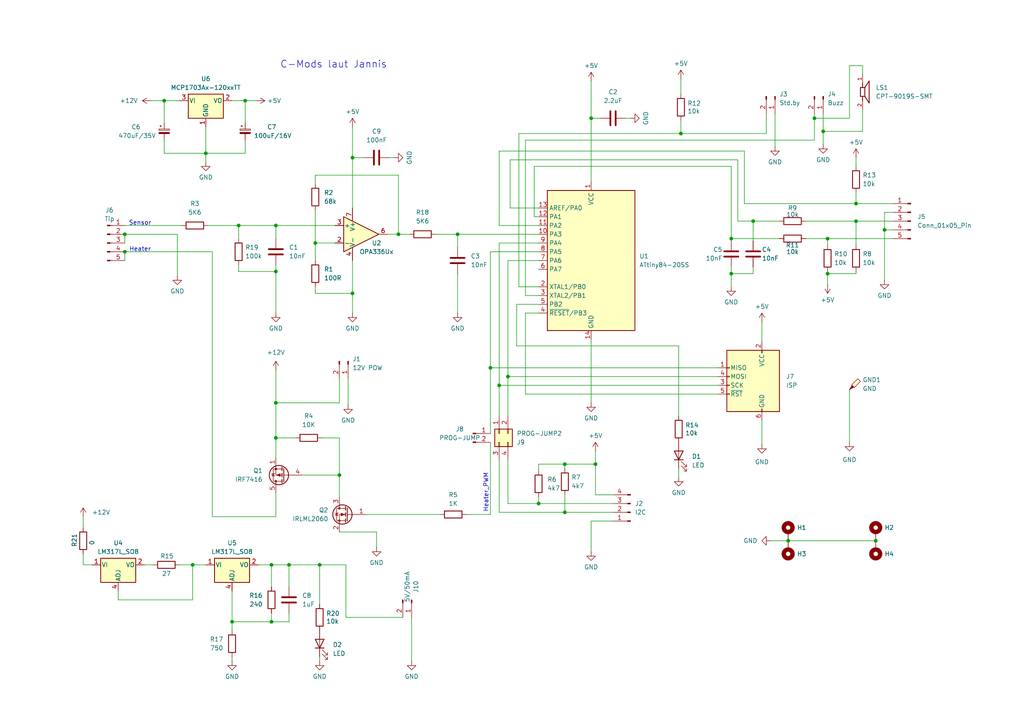
<source format=kicad_sch>
(kicad_sch (version 20231120) (generator "eeschema") (generator_version "8.0")
  (paper "A4")
  (lib_symbols
    (symbol "Amplifier_Operational:OPA336Ux" (pin_names (offset 0.127))
      (property "Reference" "U" (at 0 6.35 0))
      (property "Value" "OPA336Ux" (at 0 3.81 0))
      (symbol "OPA336Ux_1_1"
        (pin no_connect line (at -2.54 2.54 270) (length 2.54) hide (name "NC") (number "1"))
        (pin input line (at -7.62 -2.54 0) (length 2.54) (name "-") (number "2"))
        (pin input line (at -7.62 2.54 0) (length 2.54) (name "+") (number "3"))
        (pin power_in line (at -2.54 -7.62 90) (length 3.81) (name "V-") (number "4"))
        (pin no_connect line (at 0 2.54 270) (length 2.54) hide (name "NC") (number "5"))
        (pin output line (at 7.62 0 180) (length 2.54) (name "~") (number "6"))
        (pin power_in line (at -2.54 7.62 270) (length 3.81) (name "V+") (number "7"))
        (pin no_connect line (at 0 -2.54 90) (length 2.54) hide (name "NC") (number "8"))
      )
    )
    (symbol "Connector:AVR-ISP-6" (pin_names (offset 1.016))
      (property "Reference" "J" (at -6.35 11.43 0))
      (property "Value" "AVR-ISP-6" (at 0 11.43 0))
      (symbol "AVR-ISP-6_1_1"
        (pin passive line (at 10.16 5.08 180) (length 2.54) (name "MISO") (number "1"))
        (pin passive line (at -2.54 12.7 270) (length 2.54) (name "VCC") (number "2"))
        (pin passive line (at 10.16 0 180) (length 2.54) (name "SCK") (number "3"))
        (pin passive line (at 10.16 2.54 180) (length 2.54) (name "MOSI") (number "4"))
        (pin passive line (at 10.16 -2.54 180) (length 2.54) (name "~{RST}") (number "5"))
        (pin passive line (at -2.54 -10.16 90) (length 2.54) (name "GND") (number "6"))
      )
    )
    (symbol "Connector:Conn_01x02_Pin" (pin_names (offset 1.016) hide)
      (property "Reference" "J" (at 0 2.54 0))
      (property "Value" "Conn_01x02_Pin" (at 0 -5.08 0))
      (symbol "Conn_01x02_Pin_1_1"
        (pin passive line (at 5.08 0 180) (length 3.81) (name "Pin_1") (number "1"))
        (pin passive line (at 5.08 -2.54 180) (length 3.81) (name "Pin_2") (number "2"))
      )
    )
    (symbol "Connector:Conn_01x04_Pin" (pin_names (offset 1.016) hide)
      (property "Reference" "J" (at 0 5.08 0))
      (property "Value" "Conn_01x04_Pin" (at 0 -7.62 0))
      (symbol "Conn_01x04_Pin_1_1"
        (pin passive line (at 5.08 2.54 180) (length 3.81) (name "Pin_1") (number "1"))
        (pin passive line (at 5.08 0 180) (length 3.81) (name "Pin_2") (number "2"))
        (pin passive line (at 5.08 -2.54 180) (length 3.81) (name "Pin_3") (number "3"))
        (pin passive line (at 5.08 -5.08 180) (length 3.81) (name "Pin_4") (number "4"))
      )
    )
    (symbol "Connector:Conn_01x05_Pin" (pin_names (offset 1.016) hide)
      (property "Reference" "J" (at 0 7.62 0))
      (property "Value" "Conn_01x05_Pin" (at 0 -7.62 0))
      (symbol "Conn_01x05_Pin_1_1"
        (pin passive line (at 5.08 5.08 180) (length 3.81) (name "Pin_1") (number "1"))
        (pin passive line (at 5.08 2.54 180) (length 3.81) (name "Pin_2") (number "2"))
        (pin passive line (at 5.08 0 180) (length 3.81) (name "Pin_3") (number "3"))
        (pin passive line (at 5.08 -2.54 180) (length 3.81) (name "Pin_4") (number "4"))
        (pin passive line (at 5.08 -5.08 180) (length 3.81) (name "Pin_5") (number "5"))
      )
    )
    (symbol "Connector:TestPoint_Probe" (pin_numbers hide) (pin_names (offset 0.762) hide)
      (property "Reference" "TP" (at 1.651 5.842 0))
      (property "Value" "TestPoint_Probe" (at 1.651 4.064 0))
      (symbol "TestPoint_Probe_1_1"
        (pin passive line (at 0 0 90) (length 0) (name "1") (number "1"))
      )
    )
    (symbol "Connector_Generic:Conn_02x02_Top_Bottom" (pin_names (offset 1.016) hide)
      (property "Reference" "J" (at 1.27 2.54 0))
      (property "Value" "Conn_02x02_Top_Bottom" (at 1.27 -5.08 0))
      (symbol "Conn_02x02_Top_Bottom_1_1"
        (pin passive line (at -5.08 0 0) (length 3.81) (name "Pin_1") (number "1"))
        (pin passive line (at -5.08 -2.54 0) (length 3.81) (name "Pin_2") (number "2"))
        (pin passive line (at 7.62 0 180) (length 3.81) (name "Pin_3") (number "3"))
        (pin passive line (at 7.62 -2.54 180) (length 3.81) (name "Pin_4") (number "4"))
      )
    )
    (symbol "Device:C" (pin_numbers hide) (pin_names (offset 0.254))
      (property "Reference" "C" (at 0.635 2.54 0))
      (property "Value" "C" (at 0.635 -2.54 0))
      (symbol "C_1_1"
        (pin passive line (at 0 3.81 270) (length 2.794) (name "~") (number "1"))
        (pin passive line (at 0 -3.81 90) (length 2.794) (name "~") (number "2"))
      )
    )
    (symbol "Device:C_Polarized_Small" (pin_numbers hide) (pin_names (offset 0.254) hide)
      (property "Reference" "C" (at 0.254 1.778 0))
      (property "Value" "C_Polarized_Small" (at 0.254 -2.032 0))
      (symbol "C_Polarized_Small_1_1"
        (pin passive line (at 0 2.54 270) (length 1.8542) (name "~") (number "1"))
        (pin passive line (at 0 -2.54 90) (length 1.8542) (name "~") (number "2"))
      )
    )
    (symbol "Device:LED" (pin_numbers hide) (pin_names (offset 1.016) hide)
      (property "Reference" "D" (at 0 2.54 0))
      (property "Value" "LED" (at 0 -2.54 0))
      (symbol "LED_1_1"
        (pin passive line (at -3.81 0 0) (length 2.54) (name "K") (number "1"))
        (pin passive line (at 3.81 0 180) (length 2.54) (name "A") (number "2"))
      )
    )
    (symbol "Device:R" (pin_numbers hide) (pin_names (offset 0))
      (property "Reference" "R" (at 2.032 0 90))
      (property "Value" "R" (at 0 0 90))
      (symbol "R_1_1"
        (pin passive line (at 0 3.81 270) (length 1.27) (name "~") (number "1"))
        (pin passive line (at 0 -3.81 90) (length 1.27) (name "~") (number "2"))
      )
    )
    (symbol "MCU_Microchip_ATtiny:ATtiny84-20SS"
      (property "Reference" "U" (at -12.7 21.59 0))
      (property "Value" "ATtiny84-20SS" (at 2.54 -21.59 0))
      (symbol "ATtiny84-20SS_1_1"
        (pin power_in line (at 0 22.86 270) (length 2.54) (name "VCC") (number "1"))
        (pin bidirectional line (at 15.24 7.62 180) (length 2.54) (name "PA3") (number "10"))
        (pin bidirectional line (at 15.24 10.16 180) (length 2.54) (name "PA2") (number "11"))
        (pin bidirectional line (at 15.24 12.7 180) (length 2.54) (name "PA1") (number "12"))
        (pin bidirectional line (at 15.24 15.24 180) (length 2.54) (name "AREF/PA0") (number "13"))
        (pin power_in line (at 0 -22.86 90) (length 2.54) (name "GND") (number "14"))
        (pin bidirectional line (at 15.24 -7.62 180) (length 2.54) (name "XTAL1/PB0") (number "2"))
        (pin bidirectional line (at 15.24 -10.16 180) (length 2.54) (name "XTAL2/PB1") (number "3"))
        (pin bidirectional line (at 15.24 -15.24 180) (length 2.54) (name "~{RESET}/PB3") (number "4"))
        (pin bidirectional line (at 15.24 -12.7 180) (length 2.54) (name "PB2") (number "5"))
        (pin bidirectional line (at 15.24 -2.54 180) (length 2.54) (name "PA7") (number "6"))
        (pin bidirectional line (at 15.24 0 180) (length 2.54) (name "PA6") (number "7"))
        (pin bidirectional line (at 15.24 2.54 180) (length 2.54) (name "PA5") (number "8"))
        (pin bidirectional line (at 15.24 5.08 180) (length 2.54) (name "PA4") (number "9"))
      )
    )
    (symbol "Mechanical:MountingHole_Pad" (pin_numbers hide) (pin_names (offset 1.016) hide) (exclude_from_sim yes) (in_bom no)
      (property "Reference" "H" (at 0 6.35 0))
      (property "Value" "MountingHole_Pad" (at 0 4.445 0))
      (symbol "MountingHole_Pad_1_1"
        (pin input line (at 0 -2.54 90) (length 2.54) (name "1") (number "1"))
      )
    )
    (symbol "OE9SAU:CPT-9019S-SMT" (pin_names (offset 1.016))
      (property "Reference" "LS" (at -3.8155 8.9029 0))
      (property "Value" "CPT-9019S-SMT" (at -3.8151 -11.4452 0))
      (symbol "CPT-9019S-SMT_0_0"
        (pin passive line (at 0 5.08 270) (length 2.54) (name "~") (number "1"))
        (pin passive line (at 0 -5.08 90) (length 2.54) (name "~") (number "2"))
      )
    )
    (symbol "Regulator_Linear:LM317L_SO8" (pin_names (offset 0.254))
      (property "Reference" "U" (at -3.81 3.175 0))
      (property "Value" "LM317L_SO8" (at 0 3.175 0))
      (symbol "LM317L_SO8_1_1"
        (pin power_in line (at -7.62 0 0) (length 2.54) (name "VI") (number "1"))
        (pin power_out line (at 7.62 0 180) (length 2.54) (name "VO") (number "2"))
        (pin passive line (at 7.62 0 180) (length 2.54) hide (name "VO") (number "3"))
        (pin input line (at 0 -7.62 90) (length 2.54) (name "ADJ") (number "4"))
        (pin no_connect line (at -5.08 -2.54 0) (length 2.54) hide (name "NC") (number "5"))
        (pin passive line (at 7.62 0 180) (length 2.54) hide (name "VO") (number "6"))
        (pin passive line (at 7.62 0 180) (length 2.54) hide (name "VO") (number "7"))
        (pin no_connect line (at 5.08 -2.54 180) (length 2.54) hide (name "NC") (number "8"))
      )
    )
    (symbol "Regulator_Linear:MCP1703Ax-120xxTT" (pin_names (offset 0.254))
      (property "Reference" "U" (at -3.81 3.175 0))
      (property "Value" "MCP1703Ax-120xxTT" (at 0 3.175 0))
      (symbol "MCP1703Ax-120xxTT_1_1"
        (pin power_in line (at 0 -7.62 90) (length 2.54) (name "GND") (number "1"))
        (pin power_out line (at 7.62 0 180) (length 2.54) (name "VO") (number "2"))
        (pin power_in line (at -7.62 0 0) (length 2.54) (name "VI") (number "3"))
      )
    )
    (symbol "Transistor_FET:IRF7404" (pin_names hide)
      (property "Reference" "Q" (at 5.08 1.905 0))
      (property "Value" "IRF7404" (at 5.08 0 0))
      (symbol "IRF7404_1_1"
        (pin passive line (at 2.54 -5.08 90) (length 2.54) (name "S") (number "1"))
        (pin passive line (at 2.54 -5.08 90) (length 2.54) hide (name "S") (number "2"))
        (pin passive line (at 2.54 -5.08 90) (length 2.54) hide (name "S") (number "3"))
        (pin passive line (at -5.08 0 0) (length 2.54) (name "G") (number "4"))
        (pin passive line (at 2.54 5.08 270) (length 2.54) (name "D") (number "5"))
        (pin passive line (at 2.54 5.08 270) (length 2.54) hide (name "D") (number "6"))
        (pin passive line (at 2.54 5.08 270) (length 2.54) hide (name "D") (number "7"))
        (pin passive line (at 2.54 5.08 270) (length 2.54) hide (name "D") (number "8"))
      )
    )
    (symbol "Transistor_FET:IRLML2060" (pin_names hide)
      (property "Reference" "Q" (at 5.08 1.905 0))
      (property "Value" "IRLML2060" (at 5.08 0 0))
      (symbol "IRLML2060_1_1"
        (pin input line (at -5.08 0 0) (length 2.54) (name "G") (number "1"))
        (pin passive line (at 2.54 -5.08 90) (length 2.54) (name "S") (number "2"))
        (pin passive line (at 2.54 5.08 270) (length 2.54) (name "D") (number "3"))
      )
    )
    (symbol "power:+12V" (power) (pin_numbers hide) (pin_names (offset 0) hide)
      (property "Value" "+12V" (at 0 3.556 0))
      (symbol "+12V_1_1"
        (pin power_in line (at 0 0 90) (length 0) (name "~") (number "1"))
      )
    )
    (symbol "power:+5V" (power) (pin_numbers hide) (pin_names (offset 0) hide)
      (property "Value" "+5V" (at 0 3.556 0))
      (symbol "+5V_1_1"
        (pin power_in line (at 0 0 90) (length 0) (name "~") (number "1"))
      )
    )
    (symbol "power:GND" (power) (pin_numbers hide) (pin_names (offset 0) hide)
      (property "Value" "GND" (at 0 -3.81 0))
      (symbol "GND_1_1"
        (pin power_in line (at 0 0 270) (length 0) (name "~") (number "1"))
      )
    )
  )
  (junction (at 36.195 73.025))
  (junction (at 236.22 34.29))
  (junction (at 197.485 38.735))
  (junction (at 80.01 116.84))
  (junction (at 47.625 29.21))
  (junction (at 98.425 137.795))
  (junction (at 163.83 134.62))
  (junction (at 91.44 70.485))
  (junction (at 172.72 134.62))
  (junction (at 102.235 45.72))
  (junction (at 240.03 79.375))
  (junction (at 83.82 163.83))
  (junction (at 171.45 34.29))
  (junction (at 238.76 38.1))
  (junction (at 80.01 127))
  (junction (at 248.285 59.055))
  (junction (at 132.715 67.945))
  (junction (at 212.09 79.375))
  (junction (at 254 156.845))
  (junction (at 228.6 156.845))
  (junction (at 55.88 163.83))
  (junction (at 256.54 66.675))
  (junction (at 71.12 29.21))
  (junction (at 67.31 180.34))
  (junction (at 212.09 69.215))
  (junction (at 142.24 106.68))
  (junction (at 144.78 111.76))
  (junction (at 36.195 67.945))
  (junction (at 115.57 67.945))
  (junction (at 80.01 65.405))
  (junction (at 78.74 180.34))
  (junction (at 102.235 85.09))
  (junction (at 248.285 64.135))
  (junction (at 240.03 69.215))
  (junction (at 163.83 148.59))
  (junction (at 80.01 78.74))
  (junction (at 59.69 44.45))
  (junction (at 69.215 65.405))
  (junction (at 147.32 109.22))
  (junction (at 78.74 163.83))
  (junction (at 92.71 163.83))
  (junction (at 218.44 64.135))
  (junction (at 156.21 146.05))
  (wire (pts (xy 147.32 146.05) (xy 156.21 146.05)))
  (wire (pts (xy 41.91 163.83) (xy 44.45 163.83)))
  (wire (pts (xy 144.78 133.35) (xy 144.78 148.59)))
  (wire (pts (xy 240.03 69.215) (xy 233.68 69.215)))
  (wire (pts (xy 51.435 67.945) (xy 51.435 80.01)))
  (wire (pts (xy 218.44 79.375) (xy 212.09 79.375)))
  (wire (pts (xy 238.76 33.02) (xy 238.76 38.1)))
  (wire (pts (xy 85.725 127) (xy 80.01 127)))
  (wire (pts (xy 226.06 69.215) (xy 212.09 69.215)))
  (wire (pts (xy 115.57 67.945) (xy 118.745 67.945)))
  (wire (pts (xy 67.31 190.5) (xy 67.31 191.77)))
  (wire (pts (xy 208.28 114.3) (xy 152.4 114.3)))
  (wire (pts (xy 98.425 109.855) (xy 98.425 116.84)))
  (wire (pts (xy 246.38 19.05) (xy 250.19 19.05)))
  (wire (pts (xy 228.6 156.845) (xy 254 156.845)))
  (wire (pts (xy 69.215 76.835) (xy 69.215 78.74)))
  (wire (pts (xy 218.44 77.47) (xy 218.44 79.375)))
  (wire (pts (xy 36.195 67.945) (xy 36.195 70.485)))
  (wire (pts (xy 181.61 34.29) (xy 182.88 34.29)))
  (wire (pts (xy 197.485 34.925) (xy 197.485 38.735)))
  (wire (pts (xy 132.715 67.945) (xy 132.715 71.755)))
  (wire (pts (xy 144.78 70.485) (xy 156.21 70.485)))
  (wire (pts (xy 236.22 34.29) (xy 236.22 40.64)))
  (wire (pts (xy 256.54 66.675) (xy 256.54 81.28)))
  (wire (pts (xy 197.485 38.735) (xy 222.25 38.735)))
  (wire (pts (xy 171.45 151.13) (xy 171.45 160.02)))
  (wire (pts (xy 147.32 75.565) (xy 156.21 75.565)))
  (wire (pts (xy 246.38 113.03) (xy 246.38 128.27)))
  (wire (pts (xy 218.44 69.85) (xy 218.44 64.135)))
  (wire (pts (xy 61.595 149.86) (xy 80.01 149.86)))
  (wire (pts (xy 156.21 134.62) (xy 163.83 134.62)))
  (wire (pts (xy 215.9 43.815) (xy 215.9 59.055)))
  (wire (pts (xy 98.425 116.84) (xy 80.01 116.84)))
  (wire (pts (xy 36.195 73.025) (xy 61.595 73.025)))
  (wire (pts (xy 156.21 144.145) (xy 156.21 146.05)))
  (wire (pts (xy 24.13 160.655) (xy 24.13 163.83)))
  (wire (pts (xy 142.24 73.025) (xy 142.24 106.68)))
  (wire (pts (xy 80.01 116.84) (xy 80.01 127)))
  (wire (pts (xy 71.12 40.64) (xy 71.12 44.45)))
  (wire (pts (xy 67.31 29.21) (xy 71.12 29.21)))
  (wire (pts (xy 92.71 163.83) (xy 92.71 175.26)))
  (wire (pts (xy 80.01 127) (xy 80.01 132.715)))
  (wire (pts (xy 100.965 109.855) (xy 100.965 117.475)))
  (wire (pts (xy 213.995 64.135) (xy 218.44 64.135)))
  (wire (pts (xy 43.815 29.21) (xy 47.625 29.21)))
  (wire (pts (xy 240.03 79.375) (xy 248.285 79.375)))
  (wire (pts (xy 91.44 50.8) (xy 115.57 50.8)))
  (wire (pts (xy 163.83 134.62) (xy 172.72 134.62)))
  (wire (pts (xy 236.22 34.29) (xy 246.38 34.29)))
  (wire (pts (xy 144.78 65.405) (xy 144.78 43.815)))
  (wire (pts (xy 196.85 135.89) (xy 196.85 138.43)))
  (wire (pts (xy 59.69 36.83) (xy 59.69 44.45)))
  (wire (pts (xy 248.285 64.135) (xy 259.08 64.135)))
  (wire (pts (xy 163.83 134.62) (xy 163.83 135.89)))
  (wire (pts (xy 163.83 148.59) (xy 177.8 148.59)))
  (wire (pts (xy 154.94 48.26) (xy 212.09 48.26)))
  (wire (pts (xy 256.54 61.595) (xy 256.54 66.675)))
  (wire (pts (xy 197.485 22.86) (xy 197.485 27.305)))
  (wire (pts (xy 156.21 62.865) (xy 154.94 62.865)))
  (wire (pts (xy 156.21 83.185) (xy 150.495 83.185)))
  (wire (pts (xy 149.86 100.33) (xy 196.85 100.33)))
  (wire (pts (xy 147.955 60.325) (xy 156.21 60.325)))
  (wire (pts (xy 83.82 163.83) (xy 83.82 170.18)))
  (wire (pts (xy 80.01 149.86) (xy 80.01 142.875)))
  (wire (pts (xy 80.01 65.405) (xy 97.155 65.405)))
  (wire (pts (xy 248.285 55.88) (xy 248.285 59.055)))
  (wire (pts (xy 78.74 163.83) (xy 83.82 163.83)))
  (wire (pts (xy 102.235 75.565) (xy 102.235 85.09)))
  (wire (pts (xy 224.79 33.02) (xy 224.79 42.545)))
  (wire (pts (xy 98.425 137.795) (xy 98.425 144.145)))
  (wire (pts (xy 105.41 45.72) (xy 102.235 45.72)))
  (wire (pts (xy 246.38 34.29) (xy 246.38 19.05)))
  (wire (pts (xy 119.38 179.07) (xy 119.38 191.77)))
  (wire (pts (xy 83.82 177.8) (xy 83.82 180.34)))
  (wire (pts (xy 220.98 93.345) (xy 220.98 99.06)))
  (wire (pts (xy 156.21 136.525) (xy 156.21 134.62)))
  (wire (pts (xy 222.25 38.735) (xy 222.25 33.02)))
  (wire (pts (xy 80.01 107.315) (xy 80.01 116.84)))
  (wire (pts (xy 142.24 106.68) (xy 142.24 125.73)))
  (wire (pts (xy 98.425 137.795) (xy 98.425 127)))
  (wire (pts (xy 34.29 171.45) (xy 34.29 173.99)))
  (wire (pts (xy 233.68 64.135) (xy 248.285 64.135)))
  (wire (pts (xy 36.195 65.405) (xy 52.705 65.405)))
  (wire (pts (xy 147.32 133.35) (xy 147.32 146.05)))
  (wire (pts (xy 142.24 128.27) (xy 142.24 149.225)))
  (wire (pts (xy 47.625 29.21) (xy 52.07 29.21)))
  (wire (pts (xy 218.44 64.135) (xy 226.06 64.135)))
  (wire (pts (xy 52.07 163.83) (xy 55.88 163.83)))
  (wire (pts (xy 152.4 40.64) (xy 236.22 40.64)))
  (wire (pts (xy 236.22 33.02) (xy 236.22 34.29)))
  (wire (pts (xy 147.32 109.22) (xy 208.28 109.22)))
  (wire (pts (xy 256.54 61.595) (xy 259.08 61.595)))
  (wire (pts (xy 47.625 44.45) (xy 59.69 44.45)))
  (wire (pts (xy 83.82 180.34) (xy 78.74 180.34)))
  (wire (pts (xy 144.78 65.405) (xy 156.21 65.405)))
  (wire (pts (xy 248.285 45.72) (xy 248.285 48.26)))
  (wire (pts (xy 59.69 44.45) (xy 59.69 46.99)))
  (wire (pts (xy 250.19 31.75) (xy 250.19 38.1)))
  (wire (pts (xy 238.76 38.1) (xy 250.19 38.1)))
  (wire (pts (xy 67.31 180.34) (xy 67.31 182.88)))
  (wire (pts (xy 171.45 98.425) (xy 171.45 116.84)))
  (wire (pts (xy 152.4 90.805) (xy 152.4 114.3)))
  (wire (pts (xy 102.235 85.09) (xy 102.235 90.805)))
  (wire (pts (xy 67.31 171.45) (xy 67.31 180.34)))
  (wire (pts (xy 213.995 46.355) (xy 213.995 64.135)))
  (wire (pts (xy 92.71 163.83) (xy 100.33 163.83)))
  (wire (pts (xy 171.45 34.29) (xy 171.45 52.705)))
  (wire (pts (xy 142.24 106.68) (xy 208.28 106.68)))
  (wire (pts (xy 55.88 163.83) (xy 55.88 173.99)))
  (wire (pts (xy 156.21 146.05) (xy 177.8 146.05)))
  (wire (pts (xy 240.03 69.215) (xy 259.08 69.215)))
  (wire (pts (xy 240.03 79.375) (xy 240.03 82.55)))
  (wire (pts (xy 238.76 38.1) (xy 238.76 41.91)))
  (wire (pts (xy 172.72 130.81) (xy 172.72 134.62)))
  (wire (pts (xy 24.13 149.86) (xy 24.13 153.035)))
  (wire (pts (xy 213.995 46.355) (xy 147.955 46.355)))
  (wire (pts (xy 248.285 59.055) (xy 259.08 59.055)))
  (wire (pts (xy 152.4 40.64) (xy 152.4 85.725)))
  (wire (pts (xy 55.88 173.99) (xy 34.29 173.99)))
  (wire (pts (xy 172.72 134.62) (xy 172.72 143.51)))
  (wire (pts (xy 115.57 50.8) (xy 115.57 67.945)))
  (wire (pts (xy 173.99 34.29) (xy 171.45 34.29)))
  (wire (pts (xy 248.285 64.135) (xy 248.285 71.12)))
  (wire (pts (xy 87.63 137.795) (xy 98.425 137.795)))
  (wire (pts (xy 132.715 67.945) (xy 156.21 67.945)))
  (wire (pts (xy 112.395 67.945) (xy 115.57 67.945)))
  (wire (pts (xy 69.215 78.74) (xy 80.01 78.74)))
  (wire (pts (xy 212.09 79.375) (xy 212.09 83.185)))
  (wire (pts (xy 100.33 163.83) (xy 100.33 179.07)))
  (wire (pts (xy 154.94 62.865) (xy 154.94 48.26)))
  (wire (pts (xy 212.09 69.215) (xy 212.09 48.26)))
  (wire (pts (xy 69.215 65.405) (xy 80.01 65.405)))
  (wire (pts (xy 47.625 29.21) (xy 47.625 35.56)))
  (wire (pts (xy 212.09 69.215) (xy 212.09 69.85)))
  (wire (pts (xy 109.22 154.305) (xy 98.425 154.305)))
  (wire (pts (xy 106.045 149.225) (xy 127.635 149.225)))
  (wire (pts (xy 69.215 65.405) (xy 69.215 69.215)))
  (wire (pts (xy 156.21 85.725) (xy 152.4 85.725)))
  (wire (pts (xy 250.19 19.05) (xy 250.19 21.59)))
  (wire (pts (xy 150.495 83.185) (xy 150.495 38.735)))
  (wire (pts (xy 91.44 70.485) (xy 97.155 70.485)))
  (wire (pts (xy 240.03 69.215) (xy 240.03 71.12)))
  (wire (pts (xy 91.44 70.485) (xy 91.44 75.565)))
  (wire (pts (xy 36.195 73.025) (xy 36.195 75.565)))
  (wire (pts (xy 144.78 111.76) (xy 208.28 111.76)))
  (wire (pts (xy 142.24 73.025) (xy 156.21 73.025)))
  (wire (pts (xy 149.86 88.265) (xy 149.86 100.33)))
  (wire (pts (xy 212.09 77.47) (xy 212.09 79.375)))
  (wire (pts (xy 91.44 85.09) (xy 102.235 85.09)))
  (wire (pts (xy 150.495 38.735) (xy 197.485 38.735)))
  (wire (pts (xy 71.12 29.21) (xy 74.295 29.21)))
  (wire (pts (xy 36.195 67.945) (xy 51.435 67.945)))
  (wire (pts (xy 71.12 29.21) (xy 71.12 35.56)))
  (wire (pts (xy 147.32 109.22) (xy 147.32 120.65)))
  (wire (pts (xy 163.83 143.51) (xy 163.83 148.59)))
  (wire (pts (xy 171.45 23.495) (xy 171.45 34.29)))
  (wire (pts (xy 55.88 163.83) (xy 59.69 163.83)))
  (wire (pts (xy 196.85 100.33) (xy 196.85 120.65)))
  (wire (pts (xy 100.33 179.07) (xy 116.84 179.07)))
  (wire (pts (xy 80.01 78.74) (xy 80.01 90.805)))
  (wire (pts (xy 147.955 46.355) (xy 147.955 60.325)))
  (wire (pts (xy 80.01 65.405) (xy 80.01 69.215)))
  (wire (pts (xy 78.74 163.83) (xy 78.74 170.18)))
  (wire (pts (xy 60.325 65.405) (xy 69.215 65.405)))
  (wire (pts (xy 74.93 163.83) (xy 78.74 163.83)))
  (wire (pts (xy 61.595 73.025) (xy 61.595 149.86)))
  (wire (pts (xy 24.13 163.83) (xy 26.67 163.83)))
  (wire (pts (xy 71.12 44.45) (xy 59.69 44.45)))
  (wire (pts (xy 98.425 127) (xy 93.345 127)))
  (wire (pts (xy 78.74 177.8) (xy 78.74 180.34)))
  (wire (pts (xy 113.03 45.72) (xy 114.3 45.72)))
  (wire (pts (xy 220.98 121.92) (xy 220.98 128.905)))
  (wire (pts (xy 47.625 40.64) (xy 47.625 44.45)))
  (wire (pts (xy 80.01 76.835) (xy 80.01 78.74)))
  (wire (pts (xy 126.365 67.945) (xy 132.715 67.945)))
  (wire (pts (xy 240.03 78.74) (xy 240.03 79.375)))
  (wire (pts (xy 91.44 60.96) (xy 91.44 70.485)))
  (wire (pts (xy 144.78 148.59) (xy 163.83 148.59)))
  (wire (pts (xy 102.235 36.83) (xy 102.235 45.72)))
  (wire (pts (xy 177.8 151.13) (xy 171.45 151.13)))
  (wire (pts (xy 147.32 75.565) (xy 147.32 109.22)))
  (wire (pts (xy 135.255 149.225) (xy 142.24 149.225)))
  (wire (pts (xy 223.52 156.845) (xy 228.6 156.845)))
  (wire (pts (xy 172.72 143.51) (xy 177.8 143.51)))
  (wire (pts (xy 132.715 79.375) (xy 132.715 90.805)))
  (wire (pts (xy 91.44 83.185) (xy 91.44 85.09)))
  (wire (pts (xy 83.82 163.83) (xy 92.71 163.83)))
  (wire (pts (xy 91.44 53.34) (xy 91.44 50.8)))
  (wire (pts (xy 215.9 59.055) (xy 248.285 59.055)))
  (wire (pts (xy 144.78 43.815) (xy 215.9 43.815)))
  (wire (pts (xy 144.78 70.485) (xy 144.78 111.76)))
  (wire (pts (xy 149.86 88.265) (xy 156.21 88.265)))
  (wire (pts (xy 102.235 45.72) (xy 102.235 60.325)))
  (wire (pts (xy 156.21 90.805) (xy 152.4 90.805)))
  (wire (pts (xy 248.285 79.375) (xy 248.285 78.74)))
  (wire (pts (xy 92.71 190.5) (xy 92.71 191.77)))
  (wire (pts (xy 67.31 180.34) (xy 78.74 180.34)))
  (wire (pts (xy 144.78 111.76) (xy 144.78 120.65)))
  (wire (pts (xy 256.54 66.675) (xy 259.08 66.675)))
  (wire (pts (xy 109.22 154.305) (xy 109.22 158.75)))
  (text_box "Pin Port  Nr.     Type    Verbinden mit\n1                 Vcc     +5V\n2   PB0    10    DIN10   STANDBY\n3   PB1    9              PIEZO\n5   PB2	  8              LOGO LED \n13  PA0    0     DIN0    ROTARY_A\n12  PA1    1     DIN1    ROTARY_B\n11  PA2    2     DIN2    ROTARY_PUSH\n10  PA3    A3    ADC3    TEMP_SENSOR\n7   PA6    4     SDA     I2C/SDA\n8   PA5    5     OC1B    HEAT\n9   PA4    6     SCL     I2C/SCL\n14                GND     Ground" (at 297.18 0 0) (size 104.775 66.04) (effects (font (size 3 3)) (justify left top)))
  (text "Heater" (at 40.64 72.39 0) (effects (font (size 1.27 1.27))))
  (text "Sensor" (at 40.64 64.77 0) (effects (font (size 1.27 1.27))))
  (text "C-Mods laut Jannis" (at 96.774 18.796 0) (effects (font (size 2.032 2.032))))
  (text "Heater_PWM" (at 140.97 142.875 90) (effects (font (size 1.27 1.27))))
  (symbol (lib_id "Device:R") (at 240.03 74.93 180) (unit 1)
    (property "Reference" "R10" (at 241.935 73.6599 0) (effects (justify right)))
    (property "Value" "10k" (at 241.935 76.1999 0) (effects (justify right)))
    (property "Footprint" "Resistor_SMD:R_0805_2012Metric_Pad1.20x1.40mm_HandSolder" (effects (hide yes)))
    (property "Description" "Resistor" (effects (hide yes)))
  )
  (symbol (lib_id "Device:R") (at 163.83 139.7 180) (unit 1)
    (property "Reference" "R7" (at 165.735 138.4299 0) (effects (justify right)))
    (property "Value" "4k7" (at 165.735 140.9699 0) (effects (justify right)))
    (property "Footprint" "Resistor_SMD:R_0805_2012Metric_Pad1.20x1.40mm_HandSolder" (effects (hide yes)))
    (property "Description" "Resistor" (effects (hide yes)))
  )
  (symbol (lib_id "power:GND") (at 171.45 116.84 0) (unit 1)
    (property "Reference" "#PWR010" (effects (hide yes)))
    (property "Value" "GND" (at 171.45 121.285 0))
    (property "Description" "Power symbol creates a global label with name \"GND\" , ground" (effects (hide yes)))
  )
  (symbol (lib_id "power:GND") (at 224.79 42.545 0) (unit 1)
    (property "Reference" "#PWR016" (effects (hide yes)))
    (property "Value" "GND" (at 224.79 46.99 0))
    (property "Description" "Power symbol creates a global label with name \"GND\" , ground" (effects (hide yes)))
  )
  (symbol (lib_id "Device:C_Polarized_Small") (at 47.625 38.1 0) (unit 1)
    (property "Reference" "C6" (at 38.1 36.83 0) (effects (justify left)))
    (property "Value" "470uF/35V" (at 34.29 39.37 0) (effects (justify left)))
    (property "Footprint" "Capacitor_SMD:CP_Elec_10x10.5" (effects (hide yes)))
    (property "Description" "Polarized capacitor, small symbol" (effects (hide yes)))
  )
  (symbol (lib_id "Regulator_Linear:LM317L_SO8") (at 67.31 163.83 0) (unit 1)
    (property "Reference" "U5" (at 67.31 157.48 0))
    (property "Value" "LM317L_SO8" (at 67.31 160.02 0))
    (property "Footprint" "Package_SO:SOIC-8_3.9x4.9mm_P1.27mm" (effects (hide yes)))
    (property "Datasheet" "http://www.ti.com/lit/ds/snvs775k/snvs775k.pdf" (effects (hide yes)))
    (property "Description" "100mA 35V Adjustable Linear Regulator, SO-8" (effects (hide yes)))
  )
  (symbol (lib_id "Mechanical:MountingHole_Pad") (at 254 154.305 0) (unit 1) (exclude_from_sim yes) (in_bom no)
    (property "Reference" "H2" (at 256.54 153.035 0) (effects (justify left)))
    (property "Value" "MountingHole_Pad" (effects (hide yes)))
    (property "Footprint" "MountingHole:MountingHole_2.5mm_Pad" (effects (hide yes)))
    (property "Description" "Mounting Hole with connection" (effects (hide yes)))
  )
  (symbol (lib_id "power:GND") (at 102.235 90.805 0) (unit 1)
    (property "Reference" "#PWR03" (effects (hide yes)))
    (property "Value" "GND" (at 102.235 95.25 0))
    (property "Description" "Power symbol creates a global label with name \"GND\" , ground" (effects (hide yes)))
  )
  (symbol (lib_id "power:+12V") (at 43.815 29.21 90) (unit 1)
    (property "Reference" "#PWR027" (effects (hide yes)))
    (property "Value" "+12V" (at 40.005 29.2099 90) (effects (justify left)))
    (property "Description" "Power symbol creates a global label with name \"+12V\"" (effects (hide yes)))
  )
  (symbol (lib_id "Connector:AVR-ISP-6") (at 218.44 111.76 0) (mirror y) (unit 1)
    (property "Reference" "J7" (at 227.965 109.2199 0) (effects (justify right)))
    (property "Value" "ISP" (at 227.965 111.7599 0) (effects (justify right)))
    (property "Footprint" "Connector_PinHeader_2.54mm:PinHeader_2x03_P2.54mm_Vertical" (effects (hide yes)))
    (property "Description" "Atmel 6-pin ISP connector" (effects (hide yes)))
  )
  (symbol (lib_id "power:GND") (at 220.98 128.905 0) (unit 1)
    (property "Reference" "#PWR07" (effects (hide yes)))
    (property "Value" "GND" (at 220.98 133.985 0))
    (property "Description" "Power symbol creates a global label with name \"GND\" , ground" (effects (hide yes)))
  )
  (symbol (lib_id "Connector:Conn_01x05_Pin") (at 264.16 64.135 0) (mirror y) (unit 1)
    (property "Reference" "J5" (at 266.065 62.8649 0) (effects (justify right)))
    (property "Value" "Conn_01x05_Pin" (at 266.065 65.4049 0) (effects (justify right)))
    (property "Footprint" "Connector_PinHeader_2.54mm:PinHeader_1x05_P2.54mm_Vertical" (effects (hide yes)))
    (property "Description" "Generic connector, single row, 01x05, script generated" (effects (hide yes)))
  )
  (symbol (lib_id "power:+12V") (at 80.01 107.315 0) (unit 1)
    (property "Reference" "#PWR09" (effects (hide yes)))
    (property "Value" "+12V" (at 80.01 102.235 0))
    (property "Description" "Power symbol creates a global label with name \"+12V\"" (effects (hide yes)))
  )
  (symbol (lib_id "power:GND") (at 59.69 46.99 0) (unit 1)
    (property "Reference" "#PWR029" (effects (hide yes)))
    (property "Value" "GND" (at 59.69 51.435 0))
    (property "Description" "Power symbol creates a global label with name \"GND\" , ground" (effects (hide yes)))
  )
  (symbol (lib_id "power:+5V") (at 102.235 36.83 0) (unit 1)
    (property "Reference" "#PWR04" (effects (hide yes)))
    (property "Value" "+5V" (at 102.235 32.385 0))
    (property "Description" "Power symbol creates a global label with name \"+5V\"" (effects (hide yes)))
  )
  (symbol (lib_id "Connector:Conn_01x02_Pin") (at 238.76 27.94 270) (unit 1)
    (property "Reference" "J4" (at 240.03 27.3049 90) (effects (justify left)))
    (property "Value" "Buzz" (at 240.03 29.8449 90) (effects (justify left)))
    (property "Footprint" "Connector_PinHeader_2.54mm:PinHeader_1x02_P2.54mm_Vertical" (effects (hide yes)))
    (property "Description" "Generic connector, single row, 01x02, script generated" (effects (hide yes)))
  )
  (symbol (lib_id "Device:C") (at 80.01 73.025 0) (unit 1)
    (property "Reference" "C1" (at 83.82 71.7549 0) (effects (justify left)))
    (property "Value" "10nF" (at 83.82 74.2949 0) (effects (justify left)))
    (property "Footprint" "Capacitor_SMD:C_0805_2012Metric_Pad1.18x1.45mm_HandSolder" (effects (hide yes)))
    (property "Description" "Unpolarized capacitor" (effects (hide yes)))
  )
  (symbol (lib_id "power:GND") (at 246.38 128.27 0) (unit 1)
    (property "Reference" "#PWR025" (effects (hide yes)))
    (property "Value" "GND" (at 246.38 133.35 0))
    (property "Description" "Power symbol creates a global label with name \"GND\" , ground" (effects (hide yes)))
  )
  (symbol (lib_id "Device:C") (at 212.09 73.66 0) (mirror x) (unit 1)
    (property "Reference" "C5" (at 209.55 72.39 0) (effects (justify right)))
    (property "Value" "10nF" (at 209.55 74.93 0) (effects (justify right)))
    (property "Footprint" "Capacitor_SMD:C_0805_2012Metric_Pad1.18x1.45mm_HandSolder" (effects (hide yes)))
    (property "Description" "Unpolarized capacitor" (effects (hide yes)))
  )
  (symbol (lib_id "Device:R") (at 92.71 179.07 180) (unit 1)
    (property "Reference" "R20" (at 94.615 177.927 0) (effects (justify right)))
    (property "Value" "10k" (at 94.615 180.213 0) (effects (justify right)))
    (property "Footprint" "Resistor_SMD:R_0805_2012Metric_Pad1.20x1.40mm_HandSolder" (effects (hide yes)))
    (property "Description" "Resistor" (effects (hide yes)))
  )
  (symbol (lib_id "Connector:TestPoint_Probe") (at 246.38 113.03 0) (unit 1)
    (property "Reference" "GND1" (at 250.19 110.1724 0) (effects (justify left)))
    (property "Value" "GND" (at 250.19 112.7124 0) (effects (justify left)))
    (property "Footprint" "TestPoint:TestPoint_Pad_2.0x2.0mm" (effects (hide yes)))
    (property "Description" "test point (alternative probe-style design)" (effects (hide yes)))
  )
  (symbol (lib_id "Device:R") (at 122.555 67.945 90) (unit 1)
    (property "Reference" "R18" (at 122.555 61.595 90))
    (property "Value" "5K6" (at 122.555 64.135 90))
    (property "Footprint" "Resistor_SMD:R_0805_2012Metric_Pad1.20x1.40mm_HandSolder" (effects (hide yes)))
    (property "Description" "Resistor" (effects (hide yes)))
  )
  (symbol (lib_id "power:GND") (at 238.76 41.91 0) (unit 1)
    (property "Reference" "#PWR017" (effects (hide yes)))
    (property "Value" "GND" (at 238.76 46.355 0))
    (property "Description" "Power symbol creates a global label with name \"GND\" , ground" (effects (hide yes)))
  )
  (symbol (lib_id "Regulator_Linear:LM317L_SO8") (at 34.29 163.83 0) (unit 1)
    (property "Reference" "U4" (at 34.29 157.48 0))
    (property "Value" "LM317L_SO8" (at 34.29 160.02 0))
    (property "Footprint" "Package_SO:SOIC-8_3.9x4.9mm_P1.27mm" (effects (hide yes)))
    (property "Datasheet" "http://www.ti.com/lit/ds/snvs775k/snvs775k.pdf" (effects (hide yes)))
    (property "Description" "100mA 35V Adjustable Linear Regulator, SO-8" (effects (hide yes)))
  )
  (symbol (lib_id "power:GND") (at 223.52 156.845 270) (unit 1)
    (property "Reference" "#PWR020" (effects (hide yes)))
    (property "Value" "GND" (at 219.71 156.8449 90) (effects (justify right)))
    (property "Description" "Power symbol creates a global label with name \"GND\" , ground" (effects (hide yes)))
  )
  (symbol (lib_id "power:GND") (at 51.435 80.01 0) (unit 1)
    (property "Reference" "#PWR018" (effects (hide yes)))
    (property "Value" "GND" (at 51.435 84.455 0))
    (property "Description" "Power symbol creates a global label with name \"GND\" , ground" (effects (hide yes)))
  )
  (symbol (lib_id "Device:LED") (at 92.71 186.69 90) (unit 1)
    (property "Reference" "D2" (at 96.52 187.0074 90) (effects (justify right)))
    (property "Value" "LED" (at 96.52 189.5474 90) (effects (justify right)))
    (property "Footprint" "LED_SMD:LED_0805_2012Metric" (effects (hide yes)))
    (property "Description" "Light emitting diode" (effects (hide yes)))
  )
  (symbol (lib_id "power:+12V") (at 24.13 149.86 0) (unit 1)
    (property "Reference" "#PWR031" (effects (hide yes)))
    (property "Value" "+12V" (at 26.67 148.5899 0) (effects (justify left)))
    (property "Description" "Power symbol creates a global label with name \"+12V\"" (effects (hide yes)))
  )
  (symbol (lib_id "Device:C") (at 177.8 34.29 90) (unit 1)
    (property "Reference" "C2" (at 177.8 26.67 90))
    (property "Value" "2.2uF" (at 177.8 29.21 90))
    (property "Footprint" "Capacitor_SMD:C_0805_2012Metric_Pad1.18x1.45mm_HandSolder" (effects (hide yes)))
    (property "Description" "Unpolarized capacitor" (effects (hide yes)))
  )
  (symbol (lib_id "Mechanical:MountingHole_Pad") (at 228.6 154.305 0) (unit 1) (exclude_from_sim yes) (in_bom no)
    (property "Reference" "H1" (at 231.14 153.035 0) (effects (justify left)))
    (property "Value" "MountingHole_Pad" (effects (hide yes)))
    (property "Footprint" "MountingHole:MountingHole_2.5mm_Pad" (effects (hide yes)))
    (property "Description" "Mounting Hole with connection" (effects (hide yes)))
  )
  (symbol (lib_id "Device:R") (at 229.87 64.135 270) (unit 1)
    (property "Reference" "R9" (at 229.87 60.325 90))
    (property "Value" "10k" (at 229.87 62.23 90))
    (property "Footprint" "Resistor_SMD:R_0805_2012Metric_Pad1.20x1.40mm_HandSolder" (effects (hide yes)))
    (property "Description" "Resistor" (effects (hide yes)))
  )
  (symbol (lib_id "power:GND") (at 80.01 90.805 0) (unit 1)
    (property "Reference" "#PWR06" (effects (hide yes)))
    (property "Value" "GND" (at 80.01 95.25 0))
    (property "Description" "Power symbol creates a global label with name \"GND\" , ground" (effects (hide yes)))
  )
  (symbol (lib_id "Device:R") (at 56.515 65.405 90) (unit 1)
    (property "Reference" "R3" (at 56.515 59.055 90))
    (property "Value" "5K6" (at 56.515 61.595 90))
    (property "Footprint" "Resistor_SMD:R_0805_2012Metric_Pad1.20x1.40mm_HandSolder" (effects (hide yes)))
    (property "Description" "Resistor" (effects (hide yes)))
  )
  (symbol (lib_id "Device:R") (at 229.87 69.215 270) (unit 1)
    (property "Reference" "R11" (at 229.87 71.12 90))
    (property "Value" "10k" (at 229.87 73.025 90))
    (property "Footprint" "Resistor_SMD:R_0805_2012Metric_Pad1.20x1.40mm_HandSolder" (effects (hide yes)))
    (property "Description" "Resistor" (effects (hide yes)))
  )
  (symbol (lib_id "Device:R") (at 156.21 140.335 180) (unit 1)
    (property "Reference" "R6" (at 158.75 139.0649 0) (effects (justify right)))
    (property "Value" "4k7" (at 158.75 141.6049 0) (effects (justify right)))
    (property "Footprint" "Resistor_SMD:R_0805_2012Metric_Pad1.20x1.40mm_HandSolder" (effects (hide yes)))
    (property "Description" "Resistor" (effects (hide yes)))
  )
  (symbol (lib_id "power:GND") (at 114.3 45.72 90) (unit 1)
    (property "Reference" "#PWR026" (effects (hide yes)))
    (property "Value" "GND" (at 118.745 45.72 0))
    (property "Description" "Power symbol creates a global label with name \"GND\" , ground" (effects (hide yes)))
  )
  (symbol (lib_id "Device:R") (at 131.445 149.225 90) (unit 1)
    (property "Reference" "R5" (at 131.445 143.51 90))
    (property "Value" "1K" (at 131.445 146.05 90))
    (property "Footprint" "Resistor_SMD:R_0805_2012Metric_Pad1.20x1.40mm_HandSolder" (effects (hide yes)))
    (property "Description" "Resistor" (effects (hide yes)))
  )
  (symbol (lib_id "power:GND") (at 132.715 90.805 0) (unit 1)
    (property "Reference" "#PWR05" (effects (hide yes)))
    (property "Value" "GND" (at 132.715 95.25 0))
    (property "Description" "Power symbol creates a global label with name \"GND\" , ground" (effects (hide yes)))
  )
  (symbol (lib_id "Connector_Generic:Conn_02x02_Top_Bottom") (at 144.78 125.73 90) (mirror x) (unit 1)
    (property "Reference" "J9" (at 149.86 128.2701 90) (effects (justify right)))
    (property "Value" "PROG-JUMP2" (at 149.86 125.7301 90) (effects (justify right)))
    (property "Footprint" "Connector_PinHeader_2.54mm:PinHeader_2x02_P2.54mm_Vertical" (effects (hide yes)))
    (property "Description" "Generic connector, double row, 02x02, top/bottom pin numbering scheme (row 1: 1...pins_per_row, row2: pins_per_row+1 ... num_pins), script generated (kicad-library-utils/schlib/autogen/connector/)" (effects (hide yes)))
  )
  (symbol (lib_id "Device:R") (at 196.85 124.46 180) (unit 1)
    (property "Reference" "R14" (at 198.755 123.317 0) (effects (justify right)))
    (property "Value" "10k" (at 198.755 125.603 0) (effects (justify right)))
    (property "Footprint" "Resistor_SMD:R_0805_2012Metric_Pad1.20x1.40mm_HandSolder" (effects (hide yes)))
    (property "Description" "Resistor" (effects (hide yes)))
  )
  (symbol (lib_id "power:+5V") (at 197.485 22.86 0) (unit 1)
    (property "Reference" "#PWR023" (effects (hide yes)))
    (property "Value" "+5V" (at 197.485 18.415 0))
    (property "Description" "Power symbol creates a global label with name \"+5V\"" (effects (hide yes)))
  )
  (symbol (lib_id "Mechanical:MountingHole_Pad") (at 228.6 159.385 180) (unit 1) (exclude_from_sim yes) (in_bom no)
    (property "Reference" "H3" (at 231.14 160.655 0) (effects (justify right)))
    (property "Value" "MountingHole_Pad" (effects (hide yes)))
    (property "Footprint" "MountingHole:MountingHole_2.5mm_Pad" (effects (hide yes)))
    (property "Description" "Mounting Hole with connection" (effects (hide yes)))
  )
  (symbol (lib_id "Device:R") (at 248.285 52.07 180) (unit 1)
    (property "Reference" "R13" (at 250.19 50.7999 0) (effects (justify right)))
    (property "Value" "10k" (at 250.19 53.3399 0) (effects (justify right)))
    (property "Footprint" "Resistor_SMD:R_0805_2012Metric_Pad1.20x1.40mm_HandSolder" (effects (hide yes)))
    (property "Description" "Resistor" (effects (hide yes)))
  )
  (symbol (lib_id "Device:C_Polarized_Small") (at 71.12 38.1 0) (unit 1)
    (property "Reference" "C7" (at 77.47 36.83 0) (effects (justify left)))
    (property "Value" "100uF/16V" (at 73.66 39.37 0) (effects (justify left)))
    (property "Footprint" "Capacitor_SMD:CP_Elec_6.3x5.4" (effects (hide yes)))
    (property "Description" "Polarized capacitor, small symbol" (effects (hide yes)))
  )
  (symbol (lib_id "Device:R") (at 89.535 127 90) (unit 1)
    (property "Reference" "R4" (at 89.535 120.65 90))
    (property "Value" "10K" (at 89.535 123.19 90))
    (property "Footprint" "Resistor_SMD:R_0805_2012Metric_Pad1.20x1.40mm_HandSolder" (effects (hide yes)))
    (property "Description" "Resistor" (effects (hide yes)))
  )
  (symbol (lib_id "Connector:Conn_01x05_Pin") (at 31.115 70.485 0) (unit 1)
    (property "Reference" "J6" (at 31.75 60.96 0))
    (property "Value" "Tip" (at 31.75 63.5 0))
    (property "Footprint" "Connector_JST:JST_XH_B5B-XH-A_1x05_P2.50mm_Vertical" (effects (hide yes)))
    (property "Description" "Generic connector, single row, 01x05, script generated" (effects (hide yes)))
  )
  (symbol (lib_id "Device:R") (at 24.13 156.845 0) (mirror x) (unit 1)
    (property "Reference" "R21" (at 21.59 158.623 90) (effects (justify right)))
    (property "Value" "0" (at 26.67 158.115 90) (effects (justify right)))
    (property "Footprint" "Resistor_SMD:R_0805_2012Metric_Pad1.20x1.40mm_HandSolder" (effects (hide yes)))
    (property "Description" "Resistor" (effects (hide yes)))
  )
  (symbol (lib_id "power:GND") (at 119.38 191.77 0) (unit 1)
    (property "Reference" "#PWR032" (effects (hide yes)))
    (property "Value" "GND" (at 119.38 196.215 0))
    (property "Description" "Power symbol creates a global label with name \"GND\" , ground" (effects (hide yes)))
  )
  (symbol (lib_id "Regulator_Linear:MCP1703Ax-120xxTT") (at 59.69 29.21 0) (unit 1)
    (property "Reference" "U6" (at 59.69 22.86 0))
    (property "Value" "MCP1703Ax-120xxTT" (at 59.69 25.4 0))
    (property "Footprint" "Package_TO_SOT_SMD:SOT-23_Handsoldering" (effects (hide yes)))
    (property "Datasheet" "http://ww1.microchip.com/downloads/en/DeviceDoc/20005122B.pdf" (effects (hide yes)))
    (property "Description" "Low Quiescent Current LDO Regulator, 1.2V, 250mA, Vin<=16V, SOT-23" (effects (hide yes)))
  )
  (symbol (lib_id "power:GND") (at 100.965 117.475 0) (unit 1)
    (property "Reference" "#PWR013" (effects (hide yes)))
    (property "Value" "GND" (at 100.965 121.92 0))
    (property "Description" "Power symbol creates a global label with name \"GND\" , ground" (effects (hide yes)))
  )
  (symbol (lib_id "power:GND") (at 182.88 34.29 90) (unit 1)
    (property "Reference" "#PWR015" (effects (hide yes)))
    (property "Value" "GND" (at 187.325 34.29 0))
    (property "Description" "Power symbol creates a global label with name \"GND\" , ground" (effects (hide yes)))
  )
  (symbol (lib_id "Transistor_FET:IRLML2060") (at 100.965 149.225 0) (mirror y) (unit 1)
    (property "Reference" "Q2" (at 95.25 147.9549 0) (effects (justify left)))
    (property "Value" "IRLML2060" (at 95.25 150.4949 0) (effects (justify left)))
    (property "Footprint" "Package_TO_SOT_SMD:SOT-23" (effects (hide yes)))
    (property "Datasheet" "https://www.infineon.com/dgdl/irlml2060pbf.pdf?fileId=5546d462533600a401535664b7fb25ee" (effects (hide yes)))
    (property "Description" "1.2A Id, 60V Vds, 480mOhm Rds, N-Channel HEXFET Power MOSFET, SOT-23" (effects (hide yes)))
  )
  (symbol (lib_id "Device:R") (at 48.26 163.83 90) (mirror x) (unit 1)
    (property "Reference" "R15" (at 46.482 161.29 90) (effects (justify right)))
    (property "Value" "27" (at 46.99 166.37 90) (effects (justify right)))
    (property "Footprint" "Resistor_SMD:R_0805_2012Metric_Pad1.20x1.40mm_HandSolder" (effects (hide yes)))
    (property "Description" "Resistor" (effects (hide yes)))
  )
  (symbol (lib_id "power:+5V") (at 74.295 29.21 270) (unit 1)
    (property "Reference" "#PWR028" (effects (hide yes)))
    (property "Value" "+5V" (at 77.47 29.2099 90) (effects (justify left)))
    (property "Description" "Power symbol creates a global label with name \"+5V\"" (effects (hide yes)))
  )
  (symbol (lib_id "Connector:Conn_01x02_Pin") (at 119.38 173.99 270) (unit 1)
    (property "Reference" "J10" (at 120.65 170.18 0))
    (property "Value" "5V/50mA" (at 118.11 170.18 0))
    (property "Footprint" "Connector_PinHeader_2.54mm:PinHeader_1x02_P2.54mm_Vertical" (effects (hide yes)))
    (property "Description" "Generic connector, single row, 01x02, script generated" (effects (hide yes)))
  )
  (symbol (lib_id "Device:R") (at 67.31 186.69 0) (mirror x) (unit 1)
    (property "Reference" "R17" (at 64.77 185.4199 0) (effects (justify right)))
    (property "Value" "750" (at 64.77 187.9599 0) (effects (justify right)))
    (property "Footprint" "Resistor_SMD:R_0805_2012Metric_Pad1.20x1.40mm_HandSolder" (effects (hide yes)))
    (property "Description" "Resistor" (effects (hide yes)))
  )
  (symbol (lib_id "Device:R") (at 69.215 73.025 180) (unit 1)
    (property "Reference" "R19" (at 71.12 71.7549 0) (effects (justify right)))
    (property "Value" "100k" (at 71.12 74.2949 0) (effects (justify right)))
    (property "Footprint" "Resistor_SMD:R_0805_2012Metric_Pad1.20x1.40mm_HandSolder" (effects (hide yes)))
    (property "Description" "Resistor" (effects (hide yes)))
  )
  (symbol (lib_id "power:GND") (at 109.22 158.75 0) (unit 1)
    (property "Reference" "#PWR08" (effects (hide yes)))
    (property "Value" "GND" (at 109.22 163.195 0))
    (property "Description" "Power symbol creates a global label with name \"GND\" , ground" (effects (hide yes)))
  )
  (symbol (lib_id "Connector:Conn_01x04_Pin") (at 182.88 148.59 180) (unit 1)
    (property "Reference" "J2" (at 184.15 146.0499 0) (effects (justify right)))
    (property "Value" "I2C" (at 184.15 148.5899 0) (effects (justify right)))
    (property "Footprint" "Connector_PinHeader_2.54mm:PinHeader_1x04_P2.54mm_Vertical" (effects (hide yes)))
    (property "Description" "Generic connector, single row, 01x04, script generated" (effects (hide yes)))
  )
  (symbol (lib_id "Device:LED") (at 196.85 132.08 90) (unit 1)
    (property "Reference" "D1" (at 200.66 132.3974 90) (effects (justify right)))
    (property "Value" "LED" (at 200.66 134.9374 90) (effects (justify right)))
    (property "Footprint" "LED_SMD:LED_0805_2012Metric" (effects (hide yes)))
    (property "Description" "Light emitting diode" (effects (hide yes)))
  )
  (symbol (lib_id "power:GND") (at 256.54 81.28 0) (unit 1)
    (property "Reference" "#PWR02" (effects (hide yes)))
    (property "Value" "GND" (at 256.54 85.725 0))
    (property "Description" "Power symbol creates a global label with name \"GND\" , ground" (effects (hide yes)))
  )
  (symbol (lib_id "Amplifier_Operational:OPA336Ux") (at 104.775 67.945 0) (unit 1)
    (property "Reference" "U2" (at 109.22 70.485 0))
    (property "Value" "OPA336Ux" (at 109.22 73.025 0))
    (property "Footprint" "Package_SO:SO-8_3.9x4.9mm_P1.27mm" (effects (hide yes)))
    (property "Datasheet" "https://www.ti.com/lit/ds/symlink/opa2336.pdf" (effects (hide yes)))
    (property "Description" "100 KHz, microPower CMOS, Op Amps, SO-8" (effects (hide yes)))
  )
  (symbol (lib_id "power:+5V") (at 240.03 82.55 180) (unit 1)
    (property "Reference" "#PWR021" (effects (hide yes)))
    (property "Value" "+5V" (at 240.03 86.995 0))
    (property "Description" "Power symbol creates a global label with name \"+5V\"" (effects (hide yes)))
  )
  (symbol (lib_id "Device:R") (at 197.485 31.115 180) (unit 1)
    (property "Reference" "R12" (at 199.39 29.972 0) (effects (justify right)))
    (property "Value" "10k" (at 199.39 32.258 0) (effects (justify right)))
    (property "Footprint" "Resistor_SMD:R_0805_2012Metric_Pad1.20x1.40mm_HandSolder" (effects (hide yes)))
    (property "Description" "Resistor" (effects (hide yes)))
  )
  (symbol (lib_id "power:+5V") (at 171.45 23.495 0) (unit 1)
    (property "Reference" "#PWR01" (effects (hide yes)))
    (property "Value" "+5V" (at 171.45 19.05 0))
    (property "Description" "Power symbol creates a global label with name \"+5V\"" (effects (hide yes)))
  )
  (symbol (lib_id "power:+5V") (at 248.285 45.72 0) (unit 1)
    (property "Reference" "#PWR024" (effects (hide yes)))
    (property "Value" "+5V" (at 248.285 41.275 0))
    (property "Description" "Power symbol creates a global label with name \"+5V\"" (effects (hide yes)))
  )
  (symbol (lib_id "MCU_Microchip_ATtiny:ATtiny84-20SS") (at 171.45 75.565 0) (mirror y) (unit 1)
    (property "Reference" "U1" (at 185.42 74.2949 0) (effects (justify right)))
    (property "Value" "ATtiny84-20SS" (at 185.42 76.8349 0) (effects (justify right)))
    (property "Footprint" "Package_SO:SOIC-14_3.9x8.7mm_P1.27mm" (effects (hide yes)))
    (property "Datasheet" "http://ww1.microchip.com/downloads/en/DeviceDoc/doc8006.pdf" (effects (hide yes)))
    (property "Description" "20MHz, 8kB Flash, 512B SRAM, 512B EEPROM, debugWIRE, SOIC-14" (effects (hide yes)))
  )
  (symbol (lib_id "Device:R") (at 91.44 79.375 180) (unit 1)
    (property "Reference" "R1" (at 93.98 78.1049 0) (effects (justify right)))
    (property "Value" "100R" (at 93.98 80.6449 0) (effects (justify right)))
    (property "Footprint" "Resistor_SMD:R_0805_2012Metric_Pad1.20x1.40mm_HandSolder" (effects (hide yes)))
    (property "Description" "Resistor" (effects (hide yes)))
  )
  (symbol (lib_id "power:+5V") (at 172.72 130.81 0) (unit 1)
    (property "Reference" "#PWR012" (effects (hide yes)))
    (property "Value" "+5V" (at 172.72 126.365 0))
    (property "Description" "Power symbol creates a global label with name \"+5V\"" (effects (hide yes)))
  )
  (symbol (lib_id "Connector:Conn_01x02_Pin") (at 224.79 27.94 270) (unit 1)
    (property "Reference" "J3" (at 226.06 27.3049 90) (effects (justify left)))
    (property "Value" "Std.by" (at 226.06 29.8449 90) (effects (justify left)))
    (property "Footprint" "Connector_PinHeader_2.54mm:PinHeader_1x02_P2.54mm_Vertical" (effects (hide yes)))
    (property "Description" "Generic connector, single row, 01x02, script generated" (effects (hide yes)))
  )
  (symbol (lib_id "power:GND") (at 212.09 83.185 0) (unit 1)
    (property "Reference" "#PWR022" (effects (hide yes)))
    (property "Value" "GND" (at 212.09 87.63 0))
    (property "Description" "Power symbol creates a global label with name \"GND\" , ground" (effects (hide yes)))
  )
  (symbol (lib_id "Device:C") (at 218.44 73.66 0) (unit 1)
    (property "Reference" "C4" (at 220.98 72.39 0) (effects (justify left)))
    (property "Value" "10nF" (at 220.98 74.93 0) (effects (justify left)))
    (property "Footprint" "Capacitor_SMD:C_0805_2012Metric_Pad1.18x1.45mm_HandSolder" (effects (hide yes)))
    (property "Description" "Unpolarized capacitor" (effects (hide yes)))
  )
  (symbol (lib_id "OE9SAU:CPT-9019S-SMT") (at 250.19 26.67 0) (unit 1)
    (property "Reference" "LS1" (at 254 25.3999 0) (effects (justify left)))
    (property "Value" "CPT-9019S-SMT" (at 254 27.9399 0) (effects (justify left)))
    (property "Footprint" "CPT-9019S-SMT:CUI_CPT-9019S-SMT" (effects (hide yes)))
    (property "MF" "Same Sky" (effects (hide yes)))
    (property "Description_1" "\n9 mm, 25 Vp-p Vdc, 65 dB, Surface Mount (SMT), Piezo Audio Transducer Buzzer\n" (effects (hide yes)))
    (property "Package" "None" (effects (hide yes)))
    (property "Price" "None" (effects (hide yes)))
    (property "Check_prices" "https://www.snapeda.com/parts/CPT-9019S-SMT-TR/Same+Sky/view-part/?ref=eda" (effects (hide yes)))
    (property "PART_REV" "1.0" (effects (hide yes)))
    (property "STANDARD" "MANUFACTURER RECOMMENDATIONS" (effects (hide yes)))
    (property "SnapEDA_Link" "https://www.snapeda.com/parts/CPT-9019S-SMT-TR/Same+Sky/view-part/?ref=snap" (effects (hide yes)))
    (property "MP" "CPT-9019S-SMT-TR" (effects (hide yes)))
    (property "Purchase-URL" "https://www.snapeda.com/api/url_track_click_mouser/?unipart_id=563283&manufacturer=Same Sky&part_name=CPT-9019S-SMT-TR&search_term=None" (effects (hide yes)))
    (property "Availability" "In Stock" (effects (hide yes)))
    (property "MANUFACTURER" "CUI INC" (effects (hide yes)))
  )
  (symbol (lib_id "power:GND") (at 171.45 160.02 0) (unit 1)
    (property "Reference" "#PWR011" (effects (hide yes)))
    (property "Value" "GND" (at 171.45 164.465 0))
    (property "Description" "Power symbol creates a global label with name \"GND\" , ground" (effects (hide yes)))
  )
  (symbol (lib_id "Mechanical:MountingHole_Pad") (at 254 159.385 180) (unit 1) (exclude_from_sim yes) (in_bom no)
    (property "Reference" "H4" (at 256.54 160.655 0) (effects (justify right)))
    (property "Value" "MountingHole_Pad" (effects (hide yes)))
    (property "Footprint" "MountingHole:MountingHole_2.5mm_Pad" (effects (hide yes)))
    (property "Description" "Mounting Hole with connection" (effects (hide yes)))
  )
  (symbol (lib_id "power:GND") (at 92.71 191.77 0) (unit 1)
    (property "Reference" "#PWR033" (effects (hide yes)))
    (property "Value" "GND" (at 92.71 196.215 0))
    (property "Description" "Power symbol creates a global label with name \"GND\" , ground" (effects (hide yes)))
  )
  (symbol (lib_id "Device:R") (at 91.44 57.15 180) (unit 1)
    (property "Reference" "R2" (at 93.98 55.8799 0) (effects (justify right)))
    (property "Value" "68k" (at 93.98 58.4199 0) (effects (justify right)))
    (property "Footprint" "Resistor_SMD:R_0805_2012Metric_Pad1.20x1.40mm_HandSolder" (effects (hide yes)))
    (property "Description" "Resistor" (effects (hide yes)))
  )
  (symbol (lib_id "Device:C") (at 109.22 45.72 90) (unit 1)
    (property "Reference" "C9" (at 109.22 38.1 90))
    (property "Value" "100nF" (at 109.22 40.64 90))
    (property "Footprint" "Capacitor_SMD:C_0805_2012Metric_Pad1.18x1.45mm_HandSolder" (effects (hide yes)))
    (property "Description" "Unpolarized capacitor" (effects (hide yes)))
  )
  (symbol (lib_id "power:GND") (at 67.31 191.77 0) (unit 1)
    (property "Reference" "#PWR030" (effects (hide yes)))
    (property "Value" "GND" (at 67.31 196.215 0))
    (property "Description" "Power symbol creates a global label with name \"GND\" , ground" (effects (hide yes)))
  )
  (symbol (lib_id "power:GND") (at 196.85 138.43 0) (unit 1)
    (property "Reference" "#PWR014" (effects (hide yes)))
    (property "Value" "GND" (at 196.85 142.875 0))
    (property "Description" "Power symbol creates a global label with name \"GND\" , ground" (effects (hide yes)))
  )
  (symbol (lib_id "Transistor_FET:IRF7404") (at 82.55 137.795 180) (unit 1)
    (property "Reference" "Q1" (at 76.2 136.5249 0) (effects (justify left)))
    (property "Value" "IRF7416" (at 76.2 139.0649 0) (effects (justify left)))
    (property "Footprint" "Package_SO:SOIC-8_3.9x4.9mm_P1.27mm" (effects (hide yes)))
    (property "Datasheet" "http://www.infineon.com/dgdl/irf7404.pdf?fileId=5546d462533600a4015355fa2b5b1b9e" (effects (hide yes)))
    (property "Description" "-6.7A Id, -20V Vds, P-Channel HEXFET Power MOSFET, SO-8" (effects (hide yes)))
  )
  (symbol (lib_id "Connector:Conn_01x02_Pin") (at 100.965 104.775 270) (unit 1)
    (property "Reference" "J1" (at 102.235 104.1399 90) (effects (justify left)))
    (property "Value" "12V POW" (at 102.235 106.6799 90) (effects (justify left)))
    (property "Footprint" "Connector_JST:JST_XH_B2B-XH-A_1x02_P2.50mm_Vertical" (effects (hide yes)))
    (property "Description" "Generic connector, single row, 01x02, script generated" (effects (hide yes)))
  )
  (symbol (lib_id "power:+5V") (at 220.98 93.345 0) (unit 1)
    (property "Reference" "#PWR019" (effects (hide yes)))
    (property "Value" "+5V" (at 220.98 88.9 0))
    (property "Description" "Power symbol creates a global label with name \"+5V\"" (effects (hide yes)))
  )
  (symbol (lib_id "Device:R") (at 78.74 173.99 0) (mirror x) (unit 1)
    (property "Reference" "R16" (at 76.2 172.7199 0) (effects (justify right)))
    (property "Value" "240" (at 76.2 175.2599 0) (effects (justify right)))
    (property "Footprint" "Resistor_SMD:R_0805_2012Metric_Pad1.20x1.40mm_HandSolder" (effects (hide yes)))
    (property "Description" "Resistor" (effects (hide yes)))
  )
  (symbol (lib_id "Connector:Conn_01x02_Pin") (at 137.16 125.73 0) (unit 1)
    (property "Reference" "J8" (at 133.35 124.46 0))
    (property "Value" "PROG-JUMP" (at 133.35 127 0))
    (property "Footprint" "Connector_PinHeader_2.54mm:PinHeader_1x02_P2.54mm_Vertical" (effects (hide yes)))
    (property "Description" "Generic connector, single row, 01x02, script generated" (effects (hide yes)))
  )
  (symbol (lib_id "Device:C") (at 83.82 173.99 0) (unit 1)
    (property "Reference" "C8" (at 87.63 172.7199 0) (effects (justify left)))
    (property "Value" "1uF" (at 87.63 175.2599 0) (effects (justify left)))
    (property "Footprint" "Capacitor_SMD:C_0805_2012Metric_Pad1.18x1.45mm_HandSolder" (effects (hide yes)))
    (property "Description" "Unpolarized capacitor" (effects (hide yes)))
  )
  (symbol (lib_id "Device:R") (at 248.285 74.93 0) (unit 1)
    (property "Reference" "R8" (at 250.19 73.6599 0) (effects (justify left)))
    (property "Value" "10k" (at 250.19 76.1999 0) (effects (justify left)))
    (property "Footprint" "Resistor_SMD:R_0805_2012Metric_Pad1.20x1.40mm_HandSolder" (effects (hide yes)))
    (property "Description" "Resistor" (effects (hide yes)))
  )
  (symbol (lib_id "Device:C") (at 132.715 75.565 0) (unit 1)
    (property "Reference" "C3" (at 136.525 74.2949 0) (effects (justify left)))
    (property "Value" "10nF" (at 136.525 76.8349 0) (effects (justify left)))
    (property "Footprint" "Capacitor_SMD:C_0805_2012Metric_Pad1.18x1.45mm_HandSolder" (effects (hide yes)))
    (property "Description" "Unpolarized capacitor" (effects (hide yes)))
  )
)
</source>
